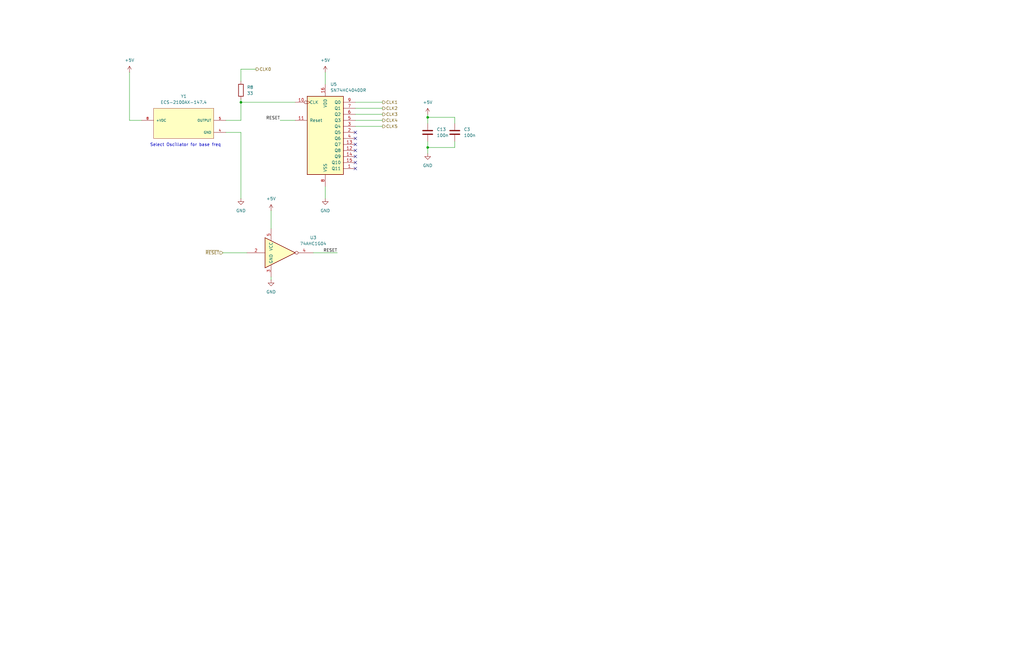
<source format=kicad_sch>
(kicad_sch (version 20250114) (generator "eeschema") (generator_version "9.0")
  (paper "USLedger")
  (lib_symbols
    (symbol "4xxx:4040" (pin_names (offset 1.016))
      (property "Reference" "U" (at -7.62 16.51 0))
      (property "Value" "4040" (at -7.62 -19.05 0))
      (symbol "4040_1_0"
        (pin input inverted_clock (at -12.7 12.7 0) (length 5.08) (name "CLK") (number "10"))
        (pin input line (at -12.7 5.08 0) (length 5.08) (name "Reset") (number "11"))
        (pin power_in line (at 0 20.32 270) (length 5.08) (name "VDD") (number "16"))
        (pin power_in line (at 0 -22.86 90) (length 5.08) (name "VSS") (number "8"))
        (pin output line (at 12.7 12.7 180) (length 5.08) (name "Q0") (number "9"))
        (pin output line (at 12.7 10.16 180) (length 5.08) (name "Q1") (number "7"))
        (pin output line (at 12.7 7.62 180) (length 5.08) (name "Q2") (number "6"))
        (pin output line (at 12.7 5.08 180) (length 5.08) (name "Q3") (number "5"))
        (pin output line (at 12.7 2.54 180) (length 5.08) (name "Q4") (number "3"))
        (pin output line (at 12.7 0 180) (length 5.08) (name "Q5") (number "2"))
        (pin output line (at 12.7 -2.54 180) (length 5.08) (name "Q6") (number "4"))
        (pin output line (at 12.7 -5.08 180) (length 5.08) (name "Q7") (number "13"))
        (pin output line (at 12.7 -7.62 180) (length 5.08) (name "Q8") (number "12"))
        (pin output line (at 12.7 -10.16 180) (length 5.08) (name "Q9") (number "14"))
        (pin output line (at 12.7 -12.7 180) (length 5.08) (name "Q10") (number "15"))
        (pin output line (at 12.7 -15.24 180) (length 5.08) (name "Q11") (number "1"))
      )
      (symbol "4040_1_1"
        (rectangle (start -7.62 15.24) (end 7.62 -17.78) (stroke (width 0.254)) (fill (type background)))
      )
    )
    (symbol "74xGxx:74AHC1G04"
      (property "Reference" "U" (at -2.54 3.81 0))
      (property "Value" "74AHC1G04" (at 0 -3.81 0))
      (symbol "74AHC1G04_0_1"
        (polyline (pts (xy -7.62 6.35) (xy -7.62 -6.35) (xy 5.08 0) (xy -7.62 6.35)) (stroke (width 0.254)) (fill (type background)))
      )
      (symbol "74AHC1G04_1_1"
        (pin input line (at -15.24 0 0) (length 7.62) (name "~") (number "2"))
        (pin no_connect line (at -7.62 2.54 0) (length 2.54) (hide yes) (name "NC") (number "1"))
        (pin power_in line (at -5.08 10.16 270) (length 5.08) (name "VCC") (number "5"))
        (pin power_in line (at -5.08 -10.16 90) (length 5.08) (name "GND") (number "3"))
        (pin output inverted (at 12.7 0 180) (length 7.62) (name "~") (number "4"))
      )
    )
    (symbol "Device:C" (pin_numbers (hide yes)) (pin_names (offset 0.254))
      (property "Reference" "C" (at 0.635 2.54 0))
      (property "Value" "C" (at 0.635 -2.54 0))
      (symbol "C_0_1"
        (polyline (pts (xy -2.032 0.762) (xy 2.032 0.762)) (stroke (width 0.508)))
        (polyline (pts (xy -2.032 -0.762) (xy 2.032 -0.762)) (stroke (width 0.508)))
      )
      (symbol "C_1_1"
        (pin passive line (at 0 3.81 270) (length 2.794) (name "~") (number "1"))
        (pin passive line (at 0 -3.81 90) (length 2.794) (name "~") (number "2"))
      )
    )
    (symbol "Device:R" (pin_numbers (hide yes)) (pin_names (offset 0))
      (property "Reference" "R" (at 2.032 0 90))
      (property "Value" "R" (at 0 0 90))
      (symbol "R_0_1"
        (rectangle (start -1.016 -2.54) (end 1.016 2.54) (stroke (width 0.254)))
      )
      (symbol "R_1_1"
        (pin passive line (at 0 3.81 270) (length 1.27) (name "~") (number "1"))
        (pin passive line (at 0 -3.81 90) (length 1.27) (name "~") (number "2"))
      )
    )
    (symbol "ECS-2100AX-147.4:ECS-2100AX-147.4" (pin_names (offset 1.016))
      (property "Reference" "Y" (at -12.7379 5.6047 0))
      (property "Value" "ECS-2100AX-147.4" (at -12.7434 -10.1947 0))
      (symbol "ECS-2100AX-147.4_0_0"
        (rectangle (start -12.7 -7.62) (end 12.7 5.08) (stroke (width 0.127)) (fill (type background)))
        (pin input line (at -17.78 0 0) (length 5.08) (name "+VDC") (number "8"))
        (pin output line (at 17.78 0 180) (length 5.08) (name "OUTPUT") (number "5"))
        (pin power_in line (at 17.78 -5.08 180) (length 5.08) (name "GND") (number "4"))
      )
    )
    (symbol "power:+5V" (power) (pin_numbers (hide yes)) (pin_names (offset 0) (hide yes))
      (property "Value" "+5V" (at 0 3.556 0))
      (symbol "+5V_0_1"
        (polyline (pts (xy -0.762 1.27) (xy 0 2.54)))
        (polyline (pts (xy 0 2.54) (xy 0.762 1.27)))
        (polyline (pts (xy 0 0) (xy 0 2.54)))
      )
      (symbol "+5V_1_1"
        (pin power_in line (at 0 0 90) (length 0) (name "~") (number "1"))
      )
    )
    (symbol "power:GND" (power) (pin_numbers (hide yes)) (pin_names (offset 0) (hide yes))
      (property "Value" "GND" (at 0 -3.81 0))
      (symbol "GND_0_1"
        (polyline (pts (xy 0 0) (xy 0 -1.27) (xy 1.27 -1.27) (xy 0 -2.54) (xy -1.27 -1.27) (xy 0 -1.27)))
      )
      (symbol "GND_1_1"
        (pin power_in line (at 0 0 270) (length 0) (name "~") (number "1"))
      )
    )
  )
  (text "Select Oscillator for base freq" (at 78.232 61.214 0) (effects (font (size 1.27 1.27))))
  (junction (at 180.34 62.23))
  (junction (at 101.6 43.18))
  (junction (at 180.34 49.53))
  (no_connect (at 149.86 71.12))
  (no_connect (at 149.86 68.58))
  (no_connect (at 149.86 63.5))
  (no_connect (at 149.86 60.96))
  (no_connect (at 149.86 55.88))
  (no_connect (at 149.86 58.42))
  (no_connect (at 149.86 66.04))
  (wire (pts (xy 180.34 59.69) (xy 180.34 62.23)))
  (wire (pts (xy 101.6 43.18) (xy 124.46 43.18)))
  (wire (pts (xy 180.34 62.23) (xy 180.34 64.77)))
  (wire (pts (xy 137.16 78.74) (xy 137.16 83.82)))
  (wire (pts (xy 191.77 59.69) (xy 191.77 62.23)))
  (wire (pts (xy 149.86 53.34) (xy 161.29 53.34)))
  (wire (pts (xy 95.25 50.8) (xy 101.6 50.8)))
  (wire (pts (xy 132.08 106.68) (xy 142.24 106.68)))
  (wire (pts (xy 137.16 30.48) (xy 137.16 35.56)))
  (wire (pts (xy 101.6 55.88) (xy 101.6 83.82)))
  (wire (pts (xy 101.6 43.18) (xy 101.6 41.91)))
  (wire (pts (xy 101.6 34.29) (xy 101.6 29.21)))
  (wire (pts (xy 54.61 30.48) (xy 54.61 50.8)))
  (wire (pts (xy 191.77 62.23) (xy 180.34 62.23)))
  (wire (pts (xy 93.98 106.68) (xy 104.14 106.68)))
  (wire (pts (xy 149.86 45.72) (xy 161.29 45.72)))
  (wire (pts (xy 124.46 50.8) (xy 118.11 50.8)))
  (wire (pts (xy 114.3 88.9) (xy 114.3 96.52)))
  (wire (pts (xy 149.86 50.8) (xy 161.29 50.8)))
  (wire (pts (xy 114.3 118.11) (xy 114.3 116.84)))
  (wire (pts (xy 149.86 48.26) (xy 161.29 48.26)))
  (wire (pts (xy 149.86 43.18) (xy 161.29 43.18)))
  (wire (pts (xy 180.34 49.53) (xy 180.34 52.07)))
  (wire (pts (xy 180.34 48.26) (xy 180.34 49.53)))
  (wire (pts (xy 59.69 50.8) (xy 54.61 50.8)))
  (wire (pts (xy 95.25 55.88) (xy 101.6 55.88)))
  (wire (pts (xy 191.77 49.53) (xy 180.34 49.53)))
  (wire (pts (xy 101.6 50.8) (xy 101.6 43.18)))
  (wire (pts (xy 191.77 52.07) (xy 191.77 49.53)))
  (wire (pts (xy 101.6 29.21) (xy 107.95 29.21)))
  (label "RESET" (at 142.24 106.68 180))
  (label "RESET" (at 118.11 50.8 180))
  (hierarchical_label "CLK1" (shape output) (at 161.29 43.18 0))
  (hierarchical_label "CLK3" (shape output) (at 161.29 48.26 0))
  (hierarchical_label "CLK0" (shape output) (at 107.95 29.21 0))
  (hierarchical_label "CLK2" (shape output) (at 161.29 45.72 0))
  (hierarchical_label "~{RESET}" (shape input) (at 93.98 106.68 180))
  (hierarchical_label "CLK5" (shape output) (at 161.29 53.34 0))
  (hierarchical_label "CLK4" (shape output) (at 161.29 50.8 0))
  (symbol (lib_id "power:+5V") (at 137.16 30.48 0) (unit 1)
    (property "Reference" "#PWR024" (effects (hide yes)))
    (property "Value" "+5V" (at 137.16 25.4 0))
    (property "Description" "Power symbol creates a global label with name \"+5V\"" (effects (hide yes)))
  )
  (symbol (lib_id "ECS-2100AX-147.4:ECS-2100AX-147.4") (at 77.47 50.8 0) (unit 1)
    (property "Reference" "Y1" (at 77.47 40.64 0))
    (property "Value" "ECS-2100AX-147.4" (at 77.47 43.18 0))
    (property "Footprint" "Footprints:OSC_ECS-2100AX-147.4" (effects (hide yes)))
    (property "PARTREV" "N/A" (effects (hide yes)))
    (property "STANDARD" "Manufacturer Recommendation" (effects (hide yes)))
    (property "MANUFACTURER" "ECS Inc." (effects (hide yes)))
    (property "MANUFACTURER_PART_NUMBER" "ECS-2100AX-147.4" (effects (hide yes)))
  )
  (symbol (lib_id "power:+5V") (at 114.3 88.9 0) (unit 1)
    (property "Reference" "#PWR010" (effects (hide yes)))
    (property "Value" "+5V" (at 114.3 83.82 0))
    (property "Description" "Power symbol creates a global label with name \"+5V\"" (effects (hide yes)))
  )
  (symbol (lib_id "power:GND") (at 101.6 83.82 0) (unit 1)
    (property "Reference" "#PWR027" (effects (hide yes)))
    (property "Value" "GND" (at 101.6 88.9 0))
    (property "Description" "Power symbol creates a global label with name \"GND\" , ground" (effects (hide yes)))
  )
  (symbol (lib_id "power:+5V") (at 54.61 30.48 0) (unit 1)
    (property "Reference" "#PWR023" (effects (hide yes)))
    (property "Value" "+5V" (at 54.61 25.4 0))
    (property "Description" "Power symbol creates a global label with name \"+5V\"" (effects (hide yes)))
  )
  (symbol (lib_id "power:+5V") (at 180.34 48.26 0) (unit 1)
    (property "Reference" "#PWR025" (effects (hide yes)))
    (property "Value" "+5V" (at 180.34 43.18 0))
    (property "Description" "Power symbol creates a global label with name \"+5V\"" (effects (hide yes)))
  )
  (symbol (lib_id "power:GND") (at 180.34 64.77 0) (unit 1)
    (property "Reference" "#PWR026" (effects (hide yes)))
    (property "Value" "GND" (at 180.34 69.85 0))
    (property "Description" "Power symbol creates a global label with name \"GND\" , ground" (effects (hide yes)))
  )
  (symbol (lib_id "power:GND") (at 137.16 83.82 0) (unit 1)
    (property "Reference" "#PWR028" (effects (hide yes)))
    (property "Value" "GND" (at 137.16 88.9 0))
    (property "Description" "Power symbol creates a global label with name \"GND\" , ground" (effects (hide yes)))
  )
  (symbol (lib_id "4xxx:4040") (at 137.16 55.88 0) (unit 1)
    (property "Reference" "U5" (at 139.3033 35.56 0) (effects (justify left)))
    (property "Value" "SN74HC4040DR" (at 139.3033 38.1 0) (effects (justify left)))
    (property "Footprint" "Package_SO:SO-16_3.9x9.9mm_P1.27mm" (effects (hide yes)))
    (property "Datasheet" "http://www.intersil.com/content/dam/Intersil/documents/cd40/cd4020bms-24bms-40bms.pdf" (effects (hide yes)))
    (property "Description" "Binary Counter 12 stages (Asynchronous)" (effects (hide yes)))
    (property "MANUFACTURER_PART_NUMBER" "SN74HC4040DR" (effects (hide yes)))
  )
  (symbol (lib_id "74xGxx:74AHC1G04") (at 119.38 106.68 0) (unit 1)
    (property "Reference" "U3" (at 132.08 100.2598 0))
    (property "Value" "74AHC1G04" (at 132.08 102.7998 0))
    (property "Footprint" "Package_TO_SOT_SMD:SOT-23-5" (effects (hide yes)))
    (property "Datasheet" "http://www.ti.com/lit/sg/scyt129e/scyt129e.pdf" (effects (hide yes)))
    (property "Description" "Single NOT Gate, Low-Voltage CMOS" (effects (hide yes)))
    (property "MANUFACTURER_PART_NUMBER" "SN74AHC1G04DBVR" (effects (hide yes)))
  )
  (symbol (lib_id "Device:C") (at 191.77 55.88 0) (unit 1)
    (property "Reference" "C3" (at 195.58 54.6099 0) (effects (justify left)))
    (property "Value" "100n" (at 195.58 57.1499 0) (effects (justify left)))
    (property "Footprint" "Capacitor_SMD:C_0603_1608Metric" (effects (hide yes)))
    (property "Description" "Unpolarized capacitor" (effects (hide yes)))
    (property "MANUFACTURER_PART_NUMBER" "C0603C104K5RACTU" (effects (hide yes)))
  )
  (symbol (lib_id "Device:R") (at 101.6 38.1 0) (unit 1)
    (property "Reference" "R8" (at 104.14 36.8299 0) (effects (justify left)))
    (property "Value" "33" (at 104.14 39.3699 0) (effects (justify left)))
    (property "Footprint" "Resistor_SMD:R_0603_1608Metric" (effects (hide yes)))
    (property "Description" "Resistor" (effects (hide yes)))
  )
  (symbol (lib_id "power:GND") (at 114.3 118.11 0) (unit 1)
    (property "Reference" "#PWR011" (effects (hide yes)))
    (property "Value" "GND" (at 114.3 123.19 0))
    (property "Description" "Power symbol creates a global label with name \"GND\" , ground" (effects (hide yes)))
  )
  (symbol (lib_id "Device:C") (at 180.34 55.88 0) (unit 1)
    (property "Reference" "C13" (at 184.15 54.6099 0) (effects (justify left)))
    (property "Value" "100n" (at 184.15 57.1499 0) (effects (justify left)))
    (property "Footprint" "Capacitor_SMD:C_0603_1608Metric" (effects (hide yes)))
    (property "Description" "Unpolarized capacitor" (effects (hide yes)))
    (property "MANUFACTURER_PART_NUMBER" "C0603C104K5RACTU" (effects (hide yes)))
  )
)
</source>
